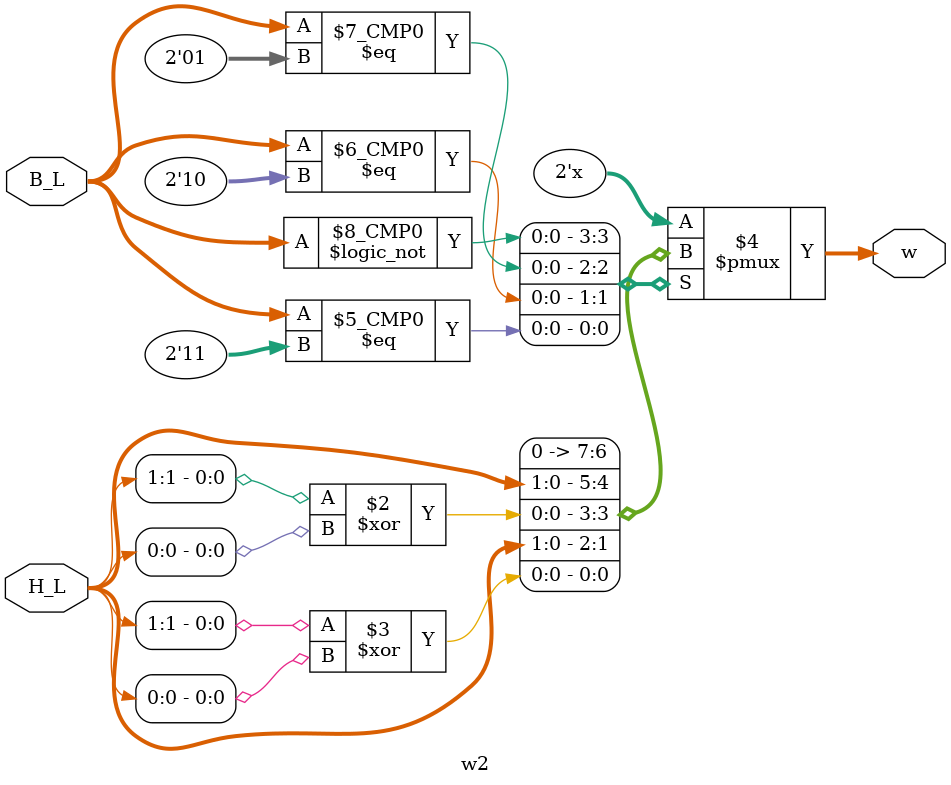
<source format=sv>
`default_nettype none
module spem
    (
    input wire [3:0] H,
    input wire [3:0] B,
    output logic [3:0] prod
    );

    logic [1:0] w_0, w_1, w_2;

    w0 block0(.H_H(H[3:2]), .B_H(B[3:2]), .w(w_0));

    w1 block1(.H(H), .B(B), .w(w_1));

    w2 block2(.H_L(H[1:0]), .B_L(B[1:0]), .w(w_2));

    assign prod = {w_1 ^ w_2, w_0 ^ w_2};
endmodule: spem

module w0
    (
    input wire [3:2] H_H,
    input wire [1:0] B_H,
    output logic [1:0] w
    );

    always_comb begin
        case (B_H)
            2'b00: w = 2'b00;
            2'b01: w = {H_H[3]^H_H[2], H_H[3]};
            2'b10: w = {H_H[2], H_H[3]^H_H[2]};
            2'b11: w = H_H;
        endcase
    end


endmodule: w0

module w1
    (
    input wire [3:0] H,
    input wire [3:0] B,
    output logic [1:0] w
    );

    logic [1:0] H_xor;
    logic [1:0] B_xor;

    always_comb begin
        H_xor = H[3:2] ^ H[1:0];
        B_xor = B[3:2] ^ B[1:0];

        case (B_xor)
            2'b00: w = 2'b00;
            2'b01: w = H_xor;
            2'b10: w = {H_xor[1]^H_xor[0], H_xor[1]};
            2'b11: w = {H_xor[0], H_xor[1]^H_xor[0]};
        endcase
    end

endmodule: w1

module w2
    (
    input wire [1:0] H_L,
    input wire [1:0] B_L,
    output logic [1:0] w
    );

    always_comb begin
        case (B_L)
            2'b00: w = 2'b00;
            2'b01: w = H_L;
            2'b10: w = {H_L[1]^H_L[0], H_L[1]};
            2'b11: w = {H_L[0], H_L[1]^H_L[0]};
        endcase
    end

endmodule: w2
</source>
